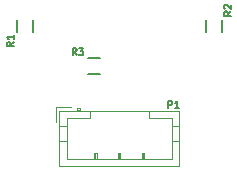
<source format=gto>
%TF.GenerationSoftware,KiCad,Pcbnew,4.0.4-1.fc24-product*%
%TF.CreationDate,2018-03-01T10:39:20+11:00*%
%TF.ProjectId,MID_STACK,4D49445F535441434B2E6B696361645F,rev?*%
%TF.FileFunction,Legend,Top*%
%FSLAX46Y46*%
G04 Gerber Fmt 4.6, Leading zero omitted, Abs format (unit mm)*
G04 Created by KiCad (PCBNEW 4.0.4-1.fc24-product) date Thu Mar  1 10:39:20 2018*
%MOMM*%
%LPD*%
G01*
G04 APERTURE LIST*
%ADD10C,0.100000*%
%ADD11C,0.120000*%
%ADD12C,0.150000*%
G04 APERTURE END LIST*
D10*
D11*
X169950000Y-113200000D02*
X169950000Y-117900000D01*
X169950000Y-117900000D02*
X180050000Y-117900000D01*
X180050000Y-117900000D02*
X180050000Y-113200000D01*
X180050000Y-113200000D02*
X169950000Y-113200000D01*
X172500000Y-113200000D02*
X172500000Y-113800000D01*
X172500000Y-113800000D02*
X170550000Y-113800000D01*
X170550000Y-113800000D02*
X170550000Y-117300000D01*
X170550000Y-117300000D02*
X179450000Y-117300000D01*
X179450000Y-117300000D02*
X179450000Y-113800000D01*
X179450000Y-113800000D02*
X177500000Y-113800000D01*
X177500000Y-113800000D02*
X177500000Y-113200000D01*
X169950000Y-114500000D02*
X170550000Y-114500000D01*
X169950000Y-115800000D02*
X170550000Y-115800000D01*
X180050000Y-114500000D02*
X179450000Y-114500000D01*
X180050000Y-115800000D02*
X179450000Y-115800000D01*
X171700000Y-113200000D02*
X171700000Y-113000000D01*
X171700000Y-113000000D02*
X171400000Y-113000000D01*
X171400000Y-113000000D02*
X171400000Y-113200000D01*
X171700000Y-113100000D02*
X171400000Y-113100000D01*
X172900000Y-117300000D02*
X172900000Y-116800000D01*
X172900000Y-116800000D02*
X173100000Y-116800000D01*
X173100000Y-116800000D02*
X173100000Y-117300000D01*
X173000000Y-117300000D02*
X173000000Y-116800000D01*
X174900000Y-117300000D02*
X174900000Y-116800000D01*
X174900000Y-116800000D02*
X175100000Y-116800000D01*
X175100000Y-116800000D02*
X175100000Y-117300000D01*
X175000000Y-117300000D02*
X175000000Y-116800000D01*
X176900000Y-117300000D02*
X176900000Y-116800000D01*
X176900000Y-116800000D02*
X177100000Y-116800000D01*
X177100000Y-116800000D02*
X177100000Y-117300000D01*
X177000000Y-117300000D02*
X177000000Y-116800000D01*
X170900000Y-112900000D02*
X169650000Y-112900000D01*
X169650000Y-112900000D02*
X169650000Y-114150000D01*
D12*
X167675000Y-105500000D02*
X167675000Y-106500000D01*
X166325000Y-106500000D02*
X166325000Y-105500000D01*
X182325000Y-106500000D02*
X182325000Y-105500000D01*
X183675000Y-105500000D02*
X183675000Y-106500000D01*
X173400000Y-110075000D02*
X172400000Y-110075000D01*
X172400000Y-108725000D02*
X173400000Y-108725000D01*
X179157143Y-112971429D02*
X179157143Y-112371429D01*
X179385715Y-112371429D01*
X179442857Y-112400000D01*
X179471429Y-112428571D01*
X179500000Y-112485714D01*
X179500000Y-112571429D01*
X179471429Y-112628571D01*
X179442857Y-112657143D01*
X179385715Y-112685714D01*
X179157143Y-112685714D01*
X180071429Y-112971429D02*
X179728572Y-112971429D01*
X179900000Y-112971429D02*
X179900000Y-112371429D01*
X179842857Y-112457143D01*
X179785715Y-112514286D01*
X179728572Y-112542857D01*
X166071429Y-107400000D02*
X165785714Y-107600000D01*
X166071429Y-107742857D02*
X165471429Y-107742857D01*
X165471429Y-107514285D01*
X165500000Y-107457143D01*
X165528571Y-107428571D01*
X165585714Y-107400000D01*
X165671429Y-107400000D01*
X165728571Y-107428571D01*
X165757143Y-107457143D01*
X165785714Y-107514285D01*
X165785714Y-107742857D01*
X166071429Y-106828571D02*
X166071429Y-107171428D01*
X166071429Y-107000000D02*
X165471429Y-107000000D01*
X165557143Y-107057143D01*
X165614286Y-107114285D01*
X165642857Y-107171428D01*
X184471429Y-104800000D02*
X184185714Y-105000000D01*
X184471429Y-105142857D02*
X183871429Y-105142857D01*
X183871429Y-104914285D01*
X183900000Y-104857143D01*
X183928571Y-104828571D01*
X183985714Y-104800000D01*
X184071429Y-104800000D01*
X184128571Y-104828571D01*
X184157143Y-104857143D01*
X184185714Y-104914285D01*
X184185714Y-105142857D01*
X183928571Y-104571428D02*
X183900000Y-104542857D01*
X183871429Y-104485714D01*
X183871429Y-104342857D01*
X183900000Y-104285714D01*
X183928571Y-104257143D01*
X183985714Y-104228571D01*
X184042857Y-104228571D01*
X184128571Y-104257143D01*
X184471429Y-104600000D01*
X184471429Y-104228571D01*
X171400000Y-108496428D02*
X171200000Y-108210713D01*
X171057143Y-108496428D02*
X171057143Y-107896428D01*
X171285715Y-107896428D01*
X171342857Y-107924999D01*
X171371429Y-107953570D01*
X171400000Y-108010713D01*
X171400000Y-108096428D01*
X171371429Y-108153570D01*
X171342857Y-108182142D01*
X171285715Y-108210713D01*
X171057143Y-108210713D01*
X171600000Y-107896428D02*
X171971429Y-107896428D01*
X171771429Y-108124999D01*
X171857143Y-108124999D01*
X171914286Y-108153570D01*
X171942857Y-108182142D01*
X171971429Y-108239285D01*
X171971429Y-108382142D01*
X171942857Y-108439285D01*
X171914286Y-108467856D01*
X171857143Y-108496428D01*
X171685715Y-108496428D01*
X171628572Y-108467856D01*
X171600000Y-108439285D01*
M02*

</source>
